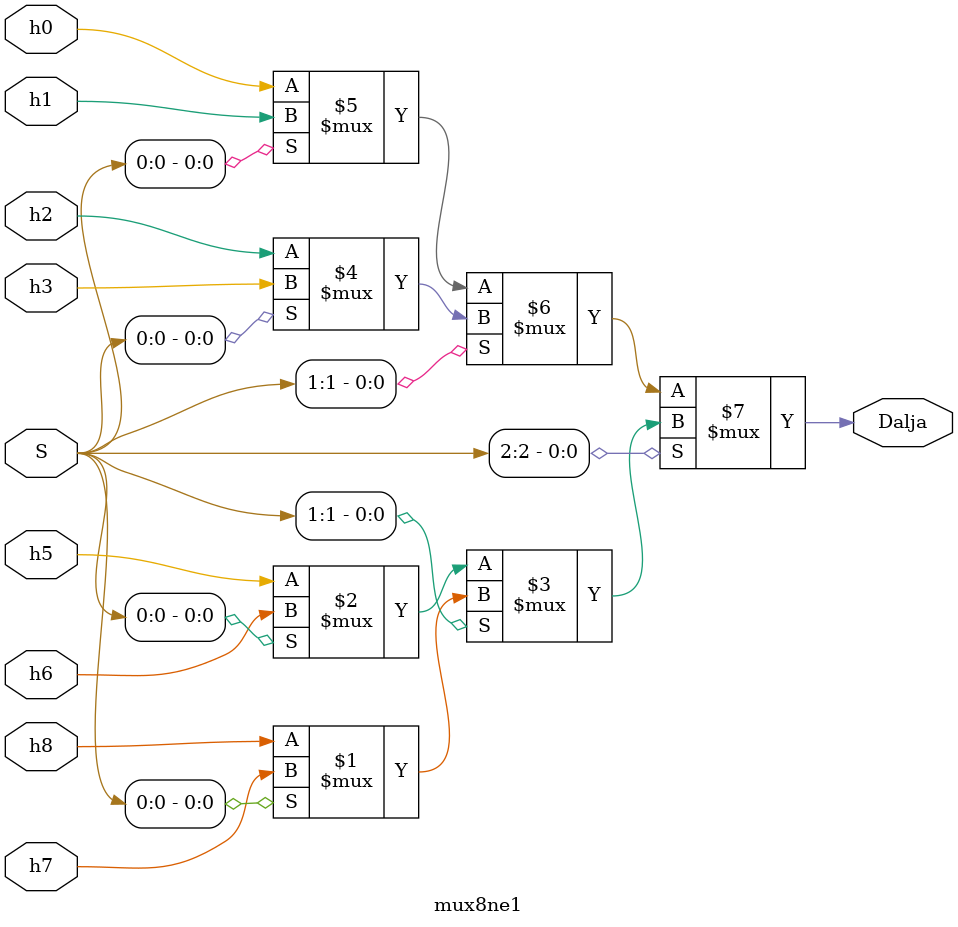
<source format=v>
`timescale 1ns / 1ps

module mux8ne1(
    input h0,
    input h1,
    input h2,
    input h3,
    input h5,
    input h6,
    input h7,
    input h8,
    input [2:0] S,
    output Dalja
    );
    
//    s 0 000 h0  AND
//    s 0 001 h1  SLTI
//    s 0 010 h2  OR
//    s 0 011 h3  XOR
//    s 1 100 h4  SUB
//    s 0 100 h5  ADD
//    s 0 101 h6  ADDI
//    s 0 111 h7  sra
//    s 0 110 h8  sll

    assign Dalja = S[2] ? (S[1] ? (S[0] ? h7 : h8) : (S[0] ? h6 : h5)) : (S[1] ? (S[0] ? h3 : h2): (S[0] ? h1 : h0));

endmodule
</source>
